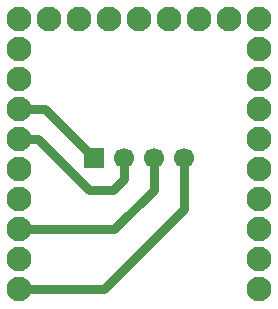
<source format=gbr>
G04 #@! TF.FileFunction,Copper,L1,Top,Signal*
%FSLAX46Y46*%
G04 Gerber Fmt 4.6, Leading zero omitted, Abs format (unit mm)*
G04 Created by KiCad (PCBNEW 4.0.6) date 08/13/17 19:57:05*
%MOMM*%
%LPD*%
G01*
G04 APERTURE LIST*
%ADD10C,0.100000*%
%ADD11C,2.100000*%
%ADD12R,1.700000X1.700000*%
%ADD13C,1.700000*%
%ADD14C,0.750000*%
G04 APERTURE END LIST*
D10*
D11*
X161571000Y-67845000D03*
X161571000Y-70385000D03*
X161571000Y-72925000D03*
X161571000Y-75465000D03*
X161571000Y-78005000D03*
X161571000Y-80545000D03*
X161571000Y-83085000D03*
X161571000Y-85625000D03*
X161571000Y-88165000D03*
X161571000Y-65305000D03*
X159031000Y-65305000D03*
X156491000Y-65305000D03*
X153951000Y-65305000D03*
X151411000Y-65305000D03*
X148871000Y-65305000D03*
X146331000Y-65305000D03*
X143791000Y-65305000D03*
X141251000Y-65305000D03*
X141251000Y-67845000D03*
X141251000Y-70385000D03*
X141251000Y-72925000D03*
X141251000Y-75465000D03*
X141251000Y-78005000D03*
X141251000Y-80545000D03*
X141251000Y-83085000D03*
X141251000Y-85625000D03*
X141251000Y-88165000D03*
D12*
X147599400Y-77089000D03*
D13*
X150139400Y-77089000D03*
X152679400Y-77089000D03*
X155219400Y-77089000D03*
D14*
X141249400Y-72923400D02*
X143433800Y-72923400D01*
X143433800Y-72923400D02*
X147599400Y-77089000D01*
X150139400Y-77089000D02*
X150139400Y-78867000D01*
X142875000Y-75463400D02*
X141249400Y-75463400D01*
X147193000Y-79781400D02*
X142875000Y-75463400D01*
X149225000Y-79781400D02*
X147193000Y-79781400D01*
X150139400Y-78867000D02*
X149225000Y-79781400D01*
X141249400Y-83083400D02*
X149326600Y-83083400D01*
X152679400Y-79730600D02*
X152679400Y-77089000D01*
X149326600Y-83083400D02*
X152679400Y-79730600D01*
X141249400Y-88163400D02*
X148463000Y-88163400D01*
X155219400Y-81407000D02*
X155219400Y-77089000D01*
X148463000Y-88163400D02*
X155219400Y-81407000D01*
M02*

</source>
